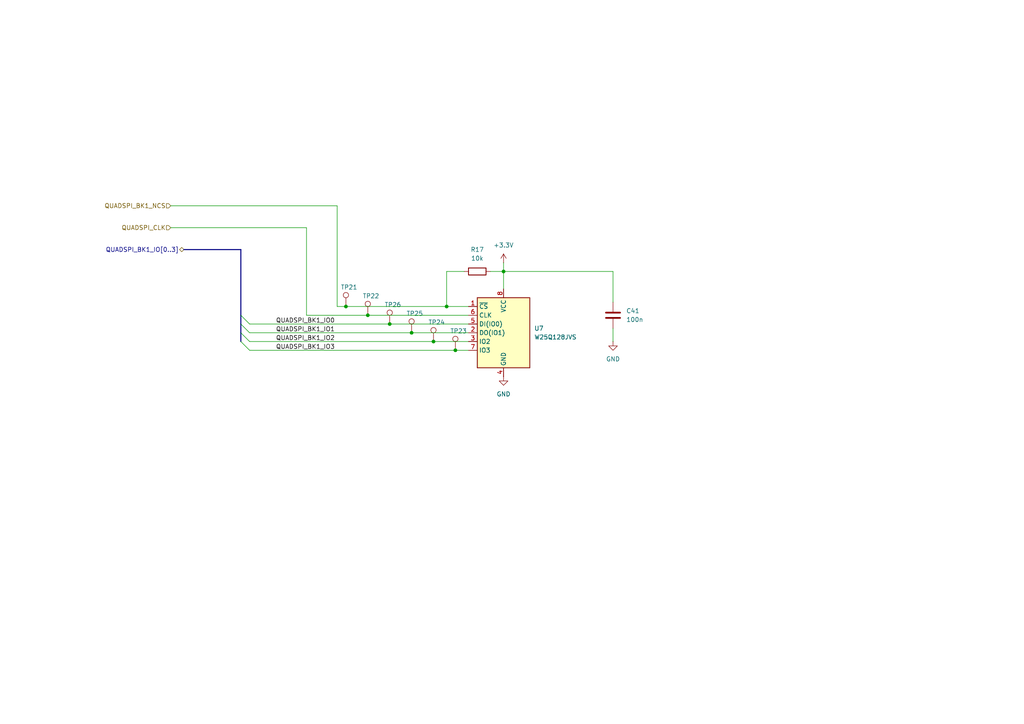
<source format=kicad_sch>
(kicad_sch (version 20231120) (generator "eeschema") (generator_version "8.0")
  (paper "A4")
  (lib_symbols
    (symbol "Connector:TestPoint" (pin_numbers hide) (pin_names (offset 0.762) hide)
      (property "Reference" "TP" (at 0 6.858 0))
      (property "Value" "TestPoint" (at 0 5.08 0))
      (symbol "TestPoint_0_1"
        (circle (center 0 3.302) (radius 0.762))
      )
      (symbol "TestPoint_1_1"
        (pin passive line (at 0 0 90) (length 2.54) (name "1") (number "1"))
      )
    )
    (symbol "Device:C" (pin_numbers hide) (pin_names (offset 0.254))
      (property "Reference" "C" (at 0.635 2.54 0))
      (property "Value" "C" (at 0.635 -2.54 0))
      (symbol "C_0_1"
        (polyline (pts (xy -2.032 -0.762) (xy 2.032 -0.762)) (stroke (width 0.508)))
        (polyline (pts (xy -2.032 0.762) (xy 2.032 0.762)) (stroke (width 0.508)))
      )
      (symbol "C_1_1"
        (pin passive line (at 0 3.81 270) (length 2.794) (name "~") (number "1"))
        (pin passive line (at 0 -3.81 90) (length 2.794) (name "~") (number "2"))
      )
    )
    (symbol "Device:R" (pin_numbers hide) (pin_names (offset 0))
      (property "Reference" "R" (at 2.032 0 90))
      (property "Value" "R" (at 0 0 90))
      (symbol "R_0_1"
        (rectangle (start -1.016 -2.54) (end 1.016 2.54) (stroke (width 0.254)))
      )
      (symbol "R_1_1"
        (pin passive line (at 0 3.81 270) (length 1.27) (name "~") (number "1"))
        (pin passive line (at 0 -3.81 90) (length 1.27) (name "~") (number "2"))
      )
    )
    (symbol "UniversalRemoteControllerLibary:W25Q128JVS"
      (property "Reference" "U" (at -8.89 8.89 0))
      (property "Value" "W25Q128JVS" (at 7.62 8.89 0))
      (symbol "W25Q128JVS_0_1"
        (rectangle (start -7.62 10.16) (end 7.62 -10.16) (stroke (width 0.254)) (fill (type background)))
      )
      (symbol "W25Q128JVS_1_1"
        (pin input line (at -10.16 7.62 0) (length 2.54) (name "~{CS}") (number "1"))
        (pin bidirectional line (at -10.16 0 0) (length 2.54) (name "DO(IO1)") (number "2"))
        (pin bidirectional line (at -10.16 -2.54 0) (length 2.54) (name "IO2") (number "3"))
        (pin power_in line (at 0 -12.7 90) (length 2.54) (name "GND") (number "4"))
        (pin bidirectional line (at -10.16 2.54 0) (length 2.54) (name "DI(IO0)") (number "5"))
        (pin input line (at -10.16 5.08 0) (length 2.54) (name "CLK") (number "6"))
        (pin bidirectional line (at -10.16 -5.08 0) (length 2.54) (name "IO3") (number "7"))
        (pin power_in line (at 0 12.7 270) (length 2.54) (name "VCC") (number "8"))
      )
    )
    (symbol "power:+3.3V" (power) (pin_numbers hide) (pin_names (offset 0) hide)
      (property "Value" "+3.3V" (at 0 3.556 0))
      (symbol "+3.3V_0_1"
        (polyline (pts (xy -0.762 1.27) (xy 0 2.54)))
        (polyline (pts (xy 0 0) (xy 0 2.54)))
        (polyline (pts (xy 0 2.54) (xy 0.762 1.27)))
      )
      (symbol "+3.3V_1_1"
        (pin power_in line (at 0 0 90) (length 0) (name "~") (number "1"))
      )
    )
    (symbol "power:GND" (power) (pin_numbers hide) (pin_names (offset 0) hide)
      (property "Value" "GND" (at 0 -3.81 0))
      (symbol "GND_0_1"
        (polyline (pts (xy 0 0) (xy 0 -1.27) (xy 1.27 -1.27) (xy 0 -2.54) (xy -1.27 -1.27) (xy 0 -1.27)))
      )
      (symbol "GND_1_1"
        (pin power_in line (at 0 0 270) (length 0) (name "~") (number "1"))
      )
    )
  )
  (junction (at 106.68 91.44))
  (junction (at 125.73 99.06))
  (junction (at 119.38 96.52))
  (junction (at 129.54 88.9))
  (junction (at 146.05 78.74))
  (junction (at 100.33 88.9))
  (junction (at 113.03 93.98))
  (junction (at 132.08 101.6))
  (bus_entry (at 69.85 93.98) (size 2.54 2.54))
  (bus_entry (at 69.85 91.44) (size 2.54 2.54))
  (bus_entry (at 69.85 96.52) (size 2.54 2.54))
  (bus_entry (at 69.85 99.06) (size 2.54 2.54))
  (wire (pts (xy 97.79 59.69) (xy 97.79 88.9)))
  (bus (pts (xy 53.34 72.39) (xy 69.85 72.39)))
  (bus (pts (xy 69.85 93.98) (xy 69.85 96.52)))
  (wire (pts (xy 146.05 76.2) (xy 146.05 78.74)))
  (wire (pts (xy 106.68 91.44) (xy 135.89 91.44)))
  (bus (pts (xy 69.85 72.39) (xy 69.85 91.44)))
  (wire (pts (xy 134.62 78.74) (xy 129.54 78.74)))
  (wire (pts (xy 72.39 96.52) (xy 119.38 96.52)))
  (wire (pts (xy 88.9 91.44) (xy 106.68 91.44)))
  (wire (pts (xy 119.38 96.52) (xy 135.89 96.52)))
  (wire (pts (xy 72.39 99.06) (xy 125.73 99.06)))
  (wire (pts (xy 72.39 101.6) (xy 132.08 101.6)))
  (wire (pts (xy 129.54 88.9) (xy 135.89 88.9)))
  (wire (pts (xy 100.33 88.9) (xy 129.54 88.9)))
  (wire (pts (xy 113.03 93.98) (xy 135.89 93.98)))
  (wire (pts (xy 177.8 78.74) (xy 177.8 87.63)))
  (wire (pts (xy 129.54 78.74) (xy 129.54 88.9)))
  (bus (pts (xy 69.85 96.52) (xy 69.85 99.06)))
  (wire (pts (xy 49.53 66.04) (xy 88.9 66.04)))
  (wire (pts (xy 146.05 78.74) (xy 146.05 83.82)))
  (wire (pts (xy 88.9 66.04) (xy 88.9 91.44)))
  (wire (pts (xy 72.39 93.98) (xy 113.03 93.98)))
  (wire (pts (xy 177.8 78.74) (xy 146.05 78.74)))
  (wire (pts (xy 177.8 99.06) (xy 177.8 95.25)))
  (wire (pts (xy 142.24 78.74) (xy 146.05 78.74)))
  (bus (pts (xy 69.85 91.44) (xy 69.85 93.98)))
  (wire (pts (xy 97.79 88.9) (xy 100.33 88.9)))
  (wire (pts (xy 125.73 99.06) (xy 135.89 99.06)))
  (wire (pts (xy 132.08 101.6) (xy 135.89 101.6)))
  (wire (pts (xy 49.53 59.69) (xy 97.79 59.69)))
  (label "QUADSPI_BK1_IO3" (at 80.01 101.6 0))
  (label "QUADSPI_BK1_IO0" (at 80.01 93.98 0))
  (label "QUADSPI_BK1_IO2" (at 80.01 99.06 0))
  (label "QUADSPI_BK1_IO1" (at 80.01 96.52 0))
  (hierarchical_label "QUADSPI_BK1_IO[0..3]" (shape bidirectional) (at 53.34 72.39 180))
  (hierarchical_label "QUADSPI_BK1_NCS" (shape input) (at 49.53 59.69 180))
  (hierarchical_label "QUADSPI_CLK" (shape input) (at 49.53 66.04 180))
  (symbol (lib_id "Connector:TestPoint") (at 125.73 99.06 0) (unit 1)
    (property "Reference" "TP24" (at 124.206 93.472 0) (effects (justify left)))
    (property "Value" "TestPoint" (effects (hide yes)))
    (property "Footprint" "TestPoint:TestPoint_Pad_D1.0mm" (effects (hide yes)))
    (property "Description" "test point" (effects (hide yes)))
  )
  (symbol (lib_id "Connector:TestPoint") (at 132.08 101.6 0) (unit 1)
    (property "Reference" "TP23" (at 130.556 96.012 0) (effects (justify left)))
    (property "Value" "TestPoint" (effects (hide yes)))
    (property "Footprint" "TestPoint:TestPoint_Pad_D1.0mm" (effects (hide yes)))
    (property "Description" "test point" (effects (hide yes)))
  )
  (symbol (lib_id "power:GND") (at 177.8 99.06 0) (unit 1)
    (property "Reference" "#PWR069" (effects (hide yes)))
    (property "Value" "GND" (at 177.8 104.14 0))
    (property "Description" "Power symbol creates a global label with name \"GND\" , ground" (effects (hide yes)))
  )
  (symbol (lib_id "Device:R") (at 138.43 78.74 90) (unit 1)
    (property "Reference" "R17" (at 138.43 72.39 90))
    (property "Value" "10k" (at 138.43 74.93 90))
    (property "Footprint" "Capacitor_SMD:C_0402_1005Metric" (effects (hide yes)))
    (property "Description" "Resistor" (effects (hide yes)))
  )
  (symbol (lib_id "Connector:TestPoint") (at 113.03 93.98 0) (unit 1)
    (property "Reference" "TP26" (at 111.506 88.392 0) (effects (justify left)))
    (property "Value" "TestPoint" (effects (hide yes)))
    (property "Footprint" "TestPoint:TestPoint_Pad_D1.0mm" (effects (hide yes)))
    (property "Description" "test point" (effects (hide yes)))
  )
  (symbol (lib_id "power:+3.3V") (at 146.05 76.2 0) (unit 1)
    (property "Reference" "#PWR067" (effects (hide yes)))
    (property "Value" "+3.3V" (at 146.05 71.12 0))
    (property "Description" "Power symbol creates a global label with name \"+3.3V\"" (effects (hide yes)))
  )
  (symbol (lib_id "Connector:TestPoint") (at 106.68 91.44 0) (unit 1)
    (property "Reference" "TP22" (at 105.156 85.852 0) (effects (justify left)))
    (property "Value" "TestPoint" (effects (hide yes)))
    (property "Footprint" "TestPoint:TestPoint_Pad_D1.0mm" (effects (hide yes)))
    (property "Description" "test point" (effects (hide yes)))
  )
  (symbol (lib_id "UniversalRemoteControllerLibary:W25Q128JVS") (at 146.05 96.52 0) (unit 1)
    (property "Reference" "U7" (at 154.94 95.2499 0) (effects (justify left)))
    (property "Value" "W25Q128JVS" (at 154.94 97.7899 0) (effects (justify left)))
    (property "Footprint" "UniversalRemoteControllerLibrary:SOIC-8_5.23x5.23mm_P1.27mm" (effects (hide yes)))
    (property "Datasheet" "http://www.winbond.com/resource-files/w25q128jv_dtr%20revc%2003272018%20plus.pdf" (effects (hide yes)))
    (property "Description" "128Mb Serial Flash Memory, Standard/Dual/Quad SPI, SOIC-8" (effects (hide yes)))
    (property "OrderCode" "454-W25Q128JVSIQTR" (effects (hide yes)))
    (property "Distributor" "Mouser" (effects (hide yes)))
  )
  (symbol (lib_id "power:GND") (at 146.05 109.22 0) (unit 1)
    (property "Reference" "#PWR066" (effects (hide yes)))
    (property "Value" "GND" (at 146.05 114.3 0))
    (property "Description" "Power symbol creates a global label with name \"GND\" , ground" (effects (hide yes)))
  )
  (symbol (lib_id "Device:C") (at 177.8 91.44 0) (unit 1)
    (property "Reference" "C41" (at 181.61 90.1699 0) (effects (justify left)))
    (property "Value" "100n" (at 181.61 92.7099 0) (effects (justify left)))
    (property "Footprint" "Capacitor_SMD:C_0402_1005Metric" (effects (hide yes)))
    (property "Description" "Unpolarized capacitor" (effects (hide yes)))
  )
  (symbol (lib_id "Connector:TestPoint") (at 119.38 96.52 0) (unit 1)
    (property "Reference" "TP25" (at 117.856 90.932 0) (effects (justify left)))
    (property "Value" "TestPoint" (effects (hide yes)))
    (property "Footprint" "TestPoint:TestPoint_Pad_D1.0mm" (effects (hide yes)))
    (property "Description" "test point" (effects (hide yes)))
  )
  (symbol (lib_id "Connector:TestPoint") (at 100.33 88.9 0) (unit 1)
    (property "Reference" "TP21" (at 98.806 83.312 0) (effects (justify left)))
    (property "Value" "TestPoint" (effects (hide yes)))
    (property "Footprint" "TestPoint:TestPoint_Pad_D1.0mm" (effects (hide yes)))
    (property "Description" "test point" (effects (hide yes)))
  )
)
</source>
